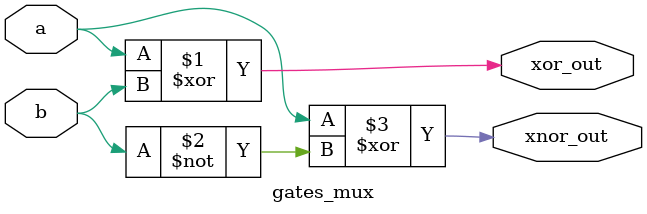
<source format=v>
module gates_mux(	// /tmp/tmp.4Xdm3UNSKI/283_100DaysofRTL_Day022-SpecialLogicGatesusingMux_gates_mux.cleaned.mlir:2:3
  input  a,	// /tmp/tmp.4Xdm3UNSKI/283_100DaysofRTL_Day022-SpecialLogicGatesusingMux_gates_mux.cleaned.mlir:2:27
         b,	// /tmp/tmp.4Xdm3UNSKI/283_100DaysofRTL_Day022-SpecialLogicGatesusingMux_gates_mux.cleaned.mlir:2:39
  output xor_out,	// /tmp/tmp.4Xdm3UNSKI/283_100DaysofRTL_Day022-SpecialLogicGatesusingMux_gates_mux.cleaned.mlir:2:52
         xnor_out	// /tmp/tmp.4Xdm3UNSKI/283_100DaysofRTL_Day022-SpecialLogicGatesusingMux_gates_mux.cleaned.mlir:2:70
);

  assign xor_out = a ^ b;	// /tmp/tmp.4Xdm3UNSKI/283_100DaysofRTL_Day022-SpecialLogicGatesusingMux_gates_mux.cleaned.mlir:4:10, :6:5
  assign xnor_out = a ^ ~b;	// /tmp/tmp.4Xdm3UNSKI/283_100DaysofRTL_Day022-SpecialLogicGatesusingMux_gates_mux.cleaned.mlir:5:10, :6:5
endmodule


</source>
